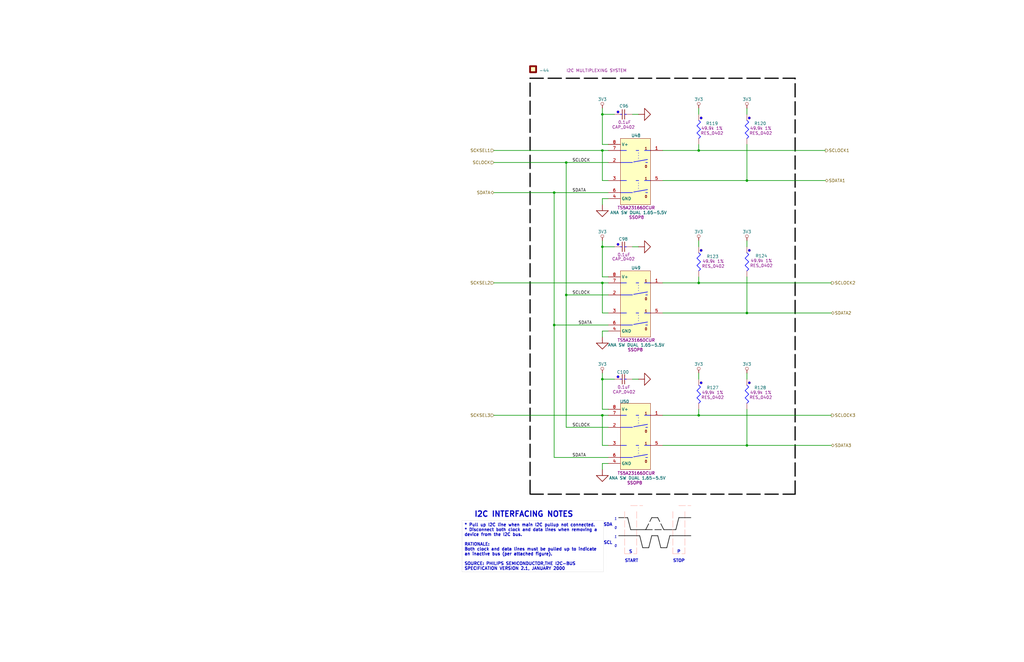
<source format=kicad_sch>
(kicad_sch (version 20231120) (generator "eeschema") (generator_version "8.0")
  (paper "B")
  (title_block (rev "-"))
  (lib_symbols
    (symbol "NNPS:3V3" (power)
      (property "Reference" "#PWR" (at 0 0 0))
      (property "Value" "3V3" (at 0 3.81 0))
      (symbol "3V3_0_0"
        (circle (center 0 -1.905) (radius 0.635) (stroke (width 0.127)))
        (polyline (pts (xy 0 0) (xy 0 -1.27)) (stroke (width 0.254)))
        (pin power_in line (at 0 0 0) (length 0) hide (name "3V3") (number ""))
      )
    )
    (symbol "NNPS:GND" (power)
      (property "Reference" "#PWR" (at 0 0 0))
      (property "Value" "GND" (at 0 6.35 0))
      (symbol "GND_0_0"
        (polyline (pts (xy 0 0) (xy 0 -2.54)) (stroke (width 0.254)))
        (polyline (pts (xy -2.54 -2.54) (xy 2.54 -2.54) (xy 0 -5.08) (xy -2.54 -2.54)) (stroke (width 0.254)))
        (pin power_in line (at 0 0 0) (length 0) hide (name "GND") (number ""))
      )
    )
    (symbol "NNPS:root_0_BOM_S1"
      (symbol "root_0_BOM_S1_1_0"
        (rectangle (start 2.54 0) (end 0 -2.54) (stroke (width 0.762)) (fill (type background)))
      )
    )
    (symbol "NNPS:root_0_GRM155R71C104KA88D"
      (symbol "root_0_GRM155R71C104KA88D_1_0"
        (polyline (pts (xy 2.54 0) (xy 3.302 0)) (stroke (width 0.254) (color 0 0 255 1)))
        (polyline (pts (xy 3.302 -2.032) (xy 3.302 2.032)) (stroke (width 0.254)))
        (polyline (pts (xy 4.318 2.032) (xy 4.318 -2.032)) (stroke (width 0.254)))
        (polyline (pts (xy 5.08 0) (xy 4.318 0)) (stroke (width 0.254) (color 0 0 255 1)))
        (circle (center 1.524 1.016) (radius 0.508) (stroke (width 0.0001)) (fill (type color) (color 0 0 255 1)))
        (pin passive line (at 0 0 0) (length 2.54) (name "1") (number "1"))
        (pin passive line (at 7.62 0 180) (length 2.54) (name "2") (number "2"))
      )
    )
    (symbol "NNPS:root_0_TS5A23166DCUR"
      (symbol "root_0_TS5A23166DCUR_1_0"
        (polyline (pts (xy 0 -22.86) (xy 5.08 -22.86)) (stroke (width 0.254) (color 0 0 255 1)))
        (polyline (pts (xy 0 -17.78) (xy 2.54 -17.78)) (stroke (width 0.254) (color 0 0 255 1)))
        (polyline (pts (xy 0 -10.16) (xy 5.08 -10.16)) (stroke (width 0.254) (color 0 0 255 1)))
        (polyline (pts (xy 0 -5.08) (xy 2.54 -5.08)) (stroke (width 0.254) (color 0 0 255 1)))
        (polyline (pts (xy 5.588 -22.606) (xy 11.43 -21.59)) (stroke (width 0.254) (color 0 0 255 1)))
        (polyline (pts (xy 5.588 -9.906) (xy 11.43 -8.89)) (stroke (width 0.254) (color 0 0 255 1)))
        (polyline (pts (xy 6.604 -17.78) (xy 7.62 -17.78)) (stroke (width 0.254) (color 0 0 255 1)))
        (polyline (pts (xy 6.604 -5.08) (xy 7.62 -5.08)) (stroke (width 0.254) (color 0 0 255 1)))
        (polyline (pts (xy 7.62 -17.78) (xy 7.62 -21.59)) (stroke (width 0.254) (type dot) (color 0 0 255 1)))
        (polyline (pts (xy 7.62 -5.08) (xy 7.62 -8.89)) (stroke (width 0.254) (type dot) (color 0 0 255 1)))
        (polyline (pts (xy 10.16 -17.78) (xy 12.7 -17.78)) (stroke (width 0.254) (color 0 0 255 1)))
        (polyline (pts (xy 10.16 -5.08) (xy 12.7 -5.08)) (stroke (width 0.254) (color 0 0 255 1)))
        (polyline (pts (xy 10.668 -22.86) (xy 11.43 -22.86)) (stroke (width 0.254) (color 0 0 255 1)))
        (polyline (pts (xy 10.668 -10.16) (xy 11.43 -10.16)) (stroke (width 0.254) (color 0 0 255 1)))
        (rectangle (start 12.7 0) (end 0 -27.94) (fill (type background)))
        (text "0" (at 10.16 -25.146 0) (effects (font (size 1.016 1.016) (bold yes)) (justify left bottom)))
        (text "0" (at 10.16 -12.446 0) (effects (font (size 1.016 1.016) (bold yes)) (justify left bottom)))
        (text "1" (at 10.16 -17.526 0) (effects (font (size 1.016 1.016) (bold yes)) (justify left bottom)))
        (text "1" (at 10.16 -4.826 0) (effects (font (size 1.016 1.016) (bold yes)) (justify left bottom)))
        (pin passive line (at 17.78 -5.08 180) (length 5.08) (name "NO1") (number "1"))
        (pin passive line (at -5.08 -10.16 0) (length 5.08) (name "COM1") (number "2"))
        (pin input line (at -5.08 -17.78 0) (length 5.08) (name "IN2") (number "3"))
        (pin power_in line (at -5.08 -25.4 0) (length 5.08) (name "GND") (number "4"))
        (pin passive line (at 17.78 -17.78 180) (length 5.08) (name "NO2") (number "5"))
        (pin passive line (at -5.08 -22.86 0) (length 5.08) (name "COM2") (number "6"))
        (pin input line (at -5.08 -5.08 0) (length 5.08) (name "IN1") (number "7"))
        (pin power_in line (at -5.08 -2.54 0) (length 5.08) (name "V+") (number "8"))
      )
    )
    (symbol "NNPS:root_3_MCR01MZPF4992"
      (symbol "root_3_MCR01MZPF4992_1_0"
        (polyline (pts (xy 0 -10.16) (xy 0.762 -9.398) (xy -0.762 -7.874) (xy 0.762 -6.35) (xy -0.762 -4.826) (xy 0.762 -3.302) (xy 0 -2.54)) (stroke (width 0.254) (color 0 0 255 1)))
        (circle (center 1.016 -1.524) (radius 0.508) (stroke (width 0.0001)) (fill (type color) (color 0 0 255 1)))
        (pin passive line (at 0 0 270) (length 2.54) (name "1") (number "1"))
        (pin passive line (at 0 -12.7 90) (length 2.54) (name "2") (number "2"))
      )
    )
  )
  (junction (at 314.96 76.2))
  (junction (at 294.64 63.5))
  (junction (at 254 175.26))
  (junction (at 294.64 175.26))
  (junction (at 314.96 187.96))
  (junction (at 294.64 119.38))
  (junction (at 238.76 68.58))
  (junction (at 233.68 81.28))
  (junction (at 254 63.5))
  (junction (at 254 119.38))
  (junction (at 238.76 124.46))
  (junction (at 314.96 132.08))
  (junction (at 254 160.02))
  (junction (at 254 48.26))
  (junction (at 254 104.14))
  (junction (at 233.68 137.16))
  (polyline (pts (xy 274.828 226.06) (xy 277.368 226.06)) (stroke (width 0.254) (type dash) (color 0 0 0 1)))
  (polyline (pts (xy 263.398 215.9) (xy 263.398 233.68)) (stroke (width 0.254) (type dash) (color 255 195 189 1)))
  (wire (pts (xy 266.7 160.02) (xy 269.24 160.02)) (stroke (width 0.254)))
  (wire (pts (xy 254 48.26) (xy 254 60.96)) (stroke (width 0.254)))
  (polyline (pts (xy 271.018 231.14) (xy 269.748 226.06)) (stroke (width 0.254) (type solid) (color 0 0 0 1)))
  (wire (pts (xy 238.76 124.46) (xy 238.76 180.34)) (stroke (width 0.254)))
  (wire (pts (xy 254 86.36) (xy 254 83.82)) (stroke (width 0.254)))
  (wire (pts (xy 208.28 63.5) (xy 254 63.5)) (stroke (width 0.254)))
  (polyline (pts (xy 283.718 233.68) (xy 288.798 233.68)) (stroke (width 0.254) (type dash) (color 255 195 189 1)))
  (wire (pts (xy 208.28 68.58) (xy 238.76 68.58)) (stroke (width 0.254)))
  (wire (pts (xy 279.4 63.5) (xy 294.64 63.5)) (stroke (width 0.254)))
  (polyline (pts (xy 265.938 223.52) (xy 264.668 218.44)) (stroke (width 0.254) (type solid) (color 0 0 0 1)))
  (wire (pts (xy 294.64 175.26) (xy 350.52 175.26)) (stroke (width 0.254)))
  (wire (pts (xy 266.7 48.26) (xy 269.24 48.26)) (stroke (width 0.254)))
  (polyline (pts (xy 223.52 208.28) (xy 223.52 33.02)) (stroke (width 0.508) (type dash) (color 0 0 0 1)))
  (wire (pts (xy 279.4 76.2) (xy 314.96 76.2)) (stroke (width 0.254)))
  (wire (pts (xy 279.4 119.38) (xy 294.64 119.38)) (stroke (width 0.254)))
  (polyline (pts (xy 286.258 218.44) (xy 284.988 223.52)) (stroke (width 0.254) (type solid) (color 0 0 0 1)))
  (wire (pts (xy 238.76 68.58) (xy 238.76 124.46)) (stroke (width 0.254)))
  (wire (pts (xy 256.54 81.28) (xy 233.68 81.28)) (stroke (width 0.254)))
  (wire (pts (xy 254 119.38) (xy 254 132.08)) (stroke (width 0.254)))
  (wire (pts (xy 294.64 119.38) (xy 350.52 119.38)) (stroke (width 0.254)))
  (wire (pts (xy 294.64 175.26) (xy 294.64 172.72)) (stroke (width 0.254)))
  (polyline (pts (xy 283.718 215.9) (xy 283.718 233.68)) (stroke (width 0.254) (type dash) (color 255 195 189 1)))
  (wire (pts (xy 254 45.72) (xy 254 48.26)) (stroke (width 0.254)))
  (wire (pts (xy 254 132.08) (xy 256.54 132.08)) (stroke (width 0.254)))
  (wire (pts (xy 254 63.5) (xy 254 76.2)) (stroke (width 0.254)))
  (polyline (pts (xy 265.938 223.52) (xy 272.288 223.52)) (stroke (width 0.254) (type solid) (color 0 0 0 1)))
  (wire (pts (xy 314.96 104.14) (xy 314.96 101.6)) (stroke (width 0.254)))
  (wire (pts (xy 314.96 132.08) (xy 350.52 132.08)) (stroke (width 0.254)))
  (polyline (pts (xy 335.28 208.534) (xy 335.28 33.02)) (stroke (width 0.508) (type dash) (color 0 0 0 1)))
  (wire (pts (xy 208.28 119.38) (xy 254 119.38)) (stroke (width 0.254)))
  (wire (pts (xy 294.64 160.02) (xy 294.64 157.48)) (stroke (width 0.254)))
  (polyline (pts (xy 282.448 226.06) (xy 281.178 231.14)) (stroke (width 0.254) (type solid) (color 0 0 0 1)))
  (wire (pts (xy 256.54 137.16) (xy 233.68 137.16)) (stroke (width 0.254)))
  (wire (pts (xy 254 119.38) (xy 256.54 119.38)) (stroke (width 0.254)))
  (polyline (pts (xy 260.858 218.44) (xy 264.668 218.44)) (stroke (width 0.254) (type solid) (color 0 0 0 1)))
  (wire (pts (xy 254 175.26) (xy 256.54 175.26)) (stroke (width 0.254)))
  (wire (pts (xy 208.28 81.28) (xy 233.68 81.28)) (stroke (width 0.254)))
  (wire (pts (xy 266.7 104.14) (xy 269.24 104.14)) (stroke (width 0.254)))
  (polyline (pts (xy 286.258 213.36) (xy 291.338 213.36)) (stroke (width 0.254) (type dash) (color 255 195 189 1)))
  (polyline (pts (xy 268.478 215.9) (xy 268.478 233.68)) (stroke (width 0.254) (type dash) (color 255 195 189 1)))
  (polyline (pts (xy 278.638 231.14) (xy 281.178 231.14)) (stroke (width 0.254) (type solid) (color 0 0 0 1)))
  (wire (pts (xy 279.4 187.96) (xy 314.96 187.96)) (stroke (width 0.254)))
  (wire (pts (xy 254 76.2) (xy 256.54 76.2)) (stroke (width 0.254)))
  (wire (pts (xy 314.96 172.72) (xy 314.96 187.96)) (stroke (width 0.254)))
  (wire (pts (xy 254 48.26) (xy 259.08 48.26)) (stroke (width 0.254)))
  (wire (pts (xy 294.64 63.5) (xy 347.98 63.5)) (stroke (width 0.254)))
  (wire (pts (xy 254 187.96) (xy 256.54 187.96)) (stroke (width 0.254)))
  (wire (pts (xy 294.64 63.5) (xy 294.64 60.96)) (stroke (width 0.254)))
  (wire (pts (xy 314.96 116.84) (xy 314.96 132.08)) (stroke (width 0.254)))
  (wire (pts (xy 254 116.84) (xy 256.54 116.84)) (stroke (width 0.254)))
  (polyline (pts (xy 271.018 231.14) (xy 273.558 231.14)) (stroke (width 0.254) (type solid) (color 0 0 0 1)))
  (wire (pts (xy 254 195.58) (xy 256.54 195.58)) (stroke (width 0.254)))
  (wire (pts (xy 233.68 81.28) (xy 233.68 137.16)) (stroke (width 0.254)))
  (polyline (pts (xy 260.858 226.06) (xy 269.748 226.06)) (stroke (width 0.254) (type solid) (color 0 0 0 1)))
  (polyline (pts (xy 274.828 218.44) (xy 277.368 218.44)) (stroke (width 0.254) (type dash) (color 0 0 0 1)))
  (polyline (pts (xy 272.288 223.52) (xy 274.828 218.44)) (stroke (width 0.254) (type dash) (color 0 0 0 1)))
  (wire (pts (xy 314.96 160.02) (xy 314.96 157.48)) (stroke (width 0.254)))
  (wire (pts (xy 254 175.26) (xy 254 187.96)) (stroke (width 0.254)))
  (polyline (pts (xy 278.638 231.14) (xy 277.368 226.06)) (stroke (width 0.254) (type solid) (color 0 0 0 1)))
  (wire (pts (xy 254 104.14) (xy 259.08 104.14)) (stroke (width 0.254)))
  (wire (pts (xy 314.96 48.26) (xy 314.96 45.72)) (stroke (width 0.254)))
  (polyline (pts (xy 223.52 33.02) (xy 335.28 33.02)) (stroke (width 0.508) (type dash) (color 0 0 0 1)))
  (wire (pts (xy 294.64 48.26) (xy 294.64 45.72)) (stroke (width 0.254)))
  (wire (pts (xy 279.4 132.08) (xy 314.96 132.08)) (stroke (width 0.254)))
  (wire (pts (xy 238.76 180.34) (xy 256.54 180.34)) (stroke (width 0.254)))
  (wire (pts (xy 254 160.02) (xy 259.08 160.02)) (stroke (width 0.254)))
  (wire (pts (xy 314.96 187.96) (xy 350.52 187.96)) (stroke (width 0.254)))
  (polyline (pts (xy 282.448 226.06) (xy 291.338 226.06)) (stroke (width 0.254) (type solid) (color 0 0 0 1)))
  (wire (pts (xy 256.54 124.46) (xy 238.76 124.46)) (stroke (width 0.254)))
  (wire (pts (xy 314.96 60.96) (xy 314.96 76.2)) (stroke (width 0.254)))
  (polyline (pts (xy 279.908 223.52) (xy 284.988 223.52)) (stroke (width 0.254) (type solid) (color 0 0 0 1)))
  (polyline (pts (xy 288.798 215.9) (xy 288.798 233.68)) (stroke (width 0.254) (type dash) (color 255 195 189 1)))
  (wire (pts (xy 279.4 175.26) (xy 294.64 175.26)) (stroke (width 0.254)))
  (wire (pts (xy 254 60.96) (xy 256.54 60.96)) (stroke (width 0.254)))
  (wire (pts (xy 254 104.14) (xy 254 116.84)) (stroke (width 0.254)))
  (wire (pts (xy 233.68 193.04) (xy 256.54 193.04)) (stroke (width 0.254)))
  (wire (pts (xy 314.96 76.2) (xy 347.98 76.2)) (stroke (width 0.254)))
  (wire (pts (xy 294.64 116.84) (xy 294.64 119.38)) (stroke (width 0.254)))
  (wire (pts (xy 208.28 175.26) (xy 254 175.26)) (stroke (width 0.254)))
  (wire (pts (xy 254 157.48) (xy 254 160.02)) (stroke (width 0.254)))
  (wire (pts (xy 256.54 68.58) (xy 238.76 68.58)) (stroke (width 0.254)))
  (wire (pts (xy 254 63.5) (xy 256.54 63.5)) (stroke (width 0.254)))
  (polyline (pts (xy 265.938 213.36) (xy 271.018 213.36)) (stroke (width 0.254) (type dash) (color 255 195 189 1)))
  (polyline (pts (xy 263.398 233.68) (xy 268.478 233.68)) (stroke (width 0.254) (type dash) (color 255 195 189 1)))
  (wire (pts (xy 294.64 104.14) (xy 294.64 101.6)) (stroke (width 0.254)))
  (polyline (pts (xy 272.288 223.52) (xy 279.908 223.52)) (stroke (width 0.254) (type dash) (color 0 0 0 1)))
  (wire (pts (xy 254 139.7) (xy 256.54 139.7)) (stroke (width 0.254)))
  (polyline (pts (xy 279.908 223.52) (xy 277.368 218.44)) (stroke (width 0.254) (type dash) (color 0 0 0 1)))
  (wire (pts (xy 254 101.6) (xy 254 104.14)) (stroke (width 0.254)))
  (wire (pts (xy 254 160.02) (xy 254 172.72)) (stroke (width 0.254)))
  (polyline (pts (xy 223.52 208.534) (xy 335.28 208.534)) (stroke (width 0.508) (type dash) (color 0 0 0 1)))
  (wire (pts (xy 233.68 137.16) (xy 233.68 193.04)) (stroke (width 0.254)))
  (wire (pts (xy 254 198.12) (xy 254 195.58)) (stroke (width 0.254)))
  (wire (pts (xy 254 172.72) (xy 256.54 172.72)) (stroke (width 0.254)))
  (polyline (pts (xy 274.828 226.06) (xy 273.558 231.14)) (stroke (width 0.254) (type solid) (color 0 0 0 1)))
  (wire (pts (xy 254 142.24) (xy 254 139.7)) (stroke (width 0.254)))
  (polyline (pts (xy 286.258 218.44) (xy 291.338 218.44)) (stroke (width 0.254) (type solid) (color 0 0 0 1)))
  (wire (pts (xy 254 83.82) (xy 256.54 83.82)) (stroke (width 0.254)))
  (text_box "* Pull up I2C line when main I2C pullup not connected.\n* Disconnect both clock and data lines when removing a device from the I2C bus.\n\nRATIONALE:\nBoth clock and data lines must be pulled up to indicate an inactive bus (per attached figure).\n\nSOURCE: PHILIPS SEMICONDUCTOR,THE I2C-BUS SPECIFICATION VERSION 2.1, JANUARY 2000" (at 194.818 219.71 0) (size 59.69 21.59) (stroke (width 0) (color 224 224 224 1)) (fill (type color) (color 255 255 255 1)) (effects (font (size 1.27 1.27) (bold yes)) (justify left top)))
  (text "SCL" (at 258.318 229.87 0) (effects (font (size 1.27 1.27) (bold yes)) (justify right bottom)))
  (text "1" (at 259.588 227.33 0) (effects (font (size 1.016 1.016) (italic yes)) (justify bottom)))
  (text "S" (at 265.938 233.68 0) (effects (font (size 1.27 1.27) (bold yes)) (justify bottom)))
  (text "STOP" (at 283.718 237.49 0) (effects (font (size 1.27 1.27) (bold yes)) (justify left bottom)))
  (text "P" (at 286.258 233.68 0) (effects (font (size 1.27 1.27) (bold yes)) (justify bottom)))
  (text "SDA" (at 258.318 222.25 0) (effects (font (size 1.27 1.27) (bold yes)) (justify right bottom)))
  (text "START" (at 263.398 237.49 0) (effects (font (size 1.27 1.27) (bold yes)) (justify left bottom)))
  (text "0" (at 259.588 231.14 0) (effects (font (size 1.016 1.016) (italic yes)) (justify bottom)))
  (text "1" (at 259.588 219.71 0) (effects (font (size 1.016 1.016) (italic yes)) (justify bottom)))
  (text "0" (at 259.588 223.52 0) (effects (font (size 1.016 1.016) (italic yes)) (justify bottom)))
  (text "I2C INTERFACING NOTES" (at 199.898 218.44 0) (effects (font (size 2.286 2.286) (bold yes)) (justify left bottom)))
  (label "SDATA" (at 241.3 193.04 0))
  (label "SCLOCK" (at 241.3 180.34 0))
  (label "SCLOCK" (at 241.3 124.46 0))
  (label "SDATA" (at 241.3 81.28 0))
  (label "SCLOCK" (at 241.3 68.58 0))
  (label "SDATA" (at 243.84 137.16 0))
  (hierarchical_label "SCLOCK" (shape input) (at 208.28 68.58 180))
  (hierarchical_label "SDATA2" (shape bidirectional) (at 350.52 132.08 0))
  (hierarchical_label "SDATA1" (shape bidirectional) (at 347.98 76.2 0))
  (hierarchical_label "SCLOCK3" (shape output) (at 350.52 175.26 0))
  (hierarchical_label "SDATA3" (shape bidirectional) (at 350.52 187.96 0))
  (hierarchical_label "SCKSEL1" (shape input) (at 208.28 63.5 180))
  (hierarchical_label "SCKSEL2" (shape input) (at 208.28 119.38 180))
  (hierarchical_label "SCLOCK1" (shape output) (at 347.98 63.5 0))
  (hierarchical_label "SCLOCK2" (shape output) (at 350.52 119.38 0))
  (hierarchical_label "SDATA" (shape bidirectional) (at 208.28 81.28 180))
  (hierarchical_label "SCKSEL3" (shape input) (at 208.28 175.26 180))
  (symbol (lib_id "NNPS:GND") (at 269.24 48.26 90) (unit 1)
    (property "Reference" "#PWR?" (effects (hide yes)))
    (property "Value" "GND" (effects (hide yes)))
  )
  (symbol (lib_id "NNPS:GND") (at 254 86.36 0) (unit 1)
    (property "Reference" "#PWR?" (effects (hide yes)))
    (property "Value" "GND" (effects (hide yes)))
  )
  (symbol (lib_id "NNPS:3V3") (at 314.96 157.48 180) (unit 1)
    (property "Reference" "#PWR?" (effects (hide yes)))
    (property "Value" "3V3" (at 314.96 153.67 0))
  )
  (symbol (lib_id "NNPS:root_3_MCR01MZPF4992") (at 294.64 160.02 0) (unit 1)
    (property "Reference" "R127" (at 297.942 164.338 0) (effects (justify left bottom)))
    (property "Value" "R_49k9_0402" (effects (hide yes)))
    (property "Footprint" "NNPS:RES_0402" (effects (hide yes)))
    (property "MFR" "Vishay Dale" (effects (hide yes)))
    (property "PACKAGEDESCRIPTION" "RES_0402" (at 295.656 168.402 0) (effects (justify left bottom)))
    (property "SUPPLIER 1" "Digi-Key" (effects (hide yes)))
    (property "SUPPLIER PART NUMBER 1" "541-49.9KLDKR-ND" (effects (hide yes)))
    (property "MPN" "CRCW040249K9FKED" (effects (hide yes)))
    (property "ALTIUM_VALUE" "49.9k 1%" (at 295.91 166.37 0) (effects (justify left bottom)))
    (property "SBI" "53-009-2" (effects (hide yes)))
  )
  (symbol (lib_id "NNPS:3V3") (at 254 45.72 180) (unit 1)
    (property "Reference" "#PWR?" (effects (hide yes)))
    (property "Value" "3V3" (at 254 41.91 0))
  )
  (symbol (lib_id "NNPS:3V3") (at 294.64 45.72 180) (unit 1)
    (property "Reference" "#PWR?" (effects (hide yes)))
    (property "Value" "3V3" (at 294.64 41.91 0))
  )
  (symbol (lib_id "NNPS:3V3") (at 294.64 101.6 180) (unit 1)
    (property "Reference" "#PWR?" (effects (hide yes)))
    (property "Value" "3V3" (at 294.64 97.79 0))
  )
  (symbol (lib_id "NNPS:root_0_TS5A23166DCUR") (at 261.62 170.18 0) (unit 1)
    (property "Reference" "U50" (at 261.366 170.18 0) (effects (justify left bottom)))
    (property "Value" "ANA SW DUAL 1.65-5.5V" (at 256.794 202.438 0) (effects (justify left bottom)))
    (property "Footprint" "NNPS:VSSOP8" (effects (hide yes)))
    (property "PACKAGEDESCRIPTION" "SSOP8" (at 264.414 204.47 0) (effects (justify left bottom)))
    (property "MFR" "Texas Instruments" (effects (hide yes)))
    (property "ALTIUM_VALUE" "*" (effects (hide yes)))
    (property "SUPPLIER 1" "Digi-key" (effects (hide yes)))
    (property "SUPPLIER PART NUMBER 1" "296-17906-1-ND" (effects (hide yes)))
    (property "MPN" "TS5A23166DCUR" (at 260.35 200.406 0) (effects (justify left bottom)))
    (property "SBI" "54-0108" (effects (hide yes)))
  )
  (symbol (lib_id "NNPS:root_0_GRM155R71C104KA88D") (at 259.08 48.26 0) (unit 1)
    (property "Reference" "C96" (at 261.112 45.466 0) (effects (justify left bottom)))
    (property "Value" "C_100n_X7R_16_0402_10%" (effects (hide yes)))
    (property "Footprint" "NNPS:CAP_0402" (effects (hide yes)))
    (property "MFR" "Murata" (effects (hide yes)))
    (property "PACKAGEDESCRIPTION" "CAP_0402" (at 258.064 54.356 0) (effects (justify left bottom)))
    (property "SUPPLIER 1" "Digi-Key" (effects (hide yes)))
    (property "SUPPLIER PART NUMBER 1" "490-3261-2-ND" (effects (hide yes)))
    (property "ALTIUM_VALUE" "0.1uF" (at 260.604 52.324 0) (effects (justify left bottom)))
    (property "MPN" "GRM155R71C104KA88D" (effects (hide yes)))
    (property "SBI" "53-0040-1" (effects (hide yes)))
  )
  (symbol (lib_id "NNPS:GND") (at 269.24 104.14 90) (unit 1)
    (property "Reference" "#PWR?" (effects (hide yes)))
    (property "Value" "GND" (effects (hide yes)))
  )
  (symbol (lib_id "NNPS:3V3") (at 314.96 45.72 180) (unit 1)
    (property "Reference" "#PWR?" (effects (hide yes)))
    (property "Value" "3V3" (at 314.96 41.91 0))
  )
  (symbol (lib_id "NNPS:3V3") (at 254 101.6 180) (unit 1)
    (property "Reference" "#PWR?" (effects (hide yes)))
    (property "Value" "3V3" (at 254 97.79 0))
  )
  (symbol (lib_id "NNPS:root_3_MCR01MZPF4992") (at 314.96 48.26 0) (unit 1)
    (property "Reference" "R120" (at 318.008 52.832 0) (effects (justify left bottom)))
    (property "Value" "R_49k9_0402" (effects (hide yes)))
    (property "Footprint" "NNPS:RES_0402" (effects (hide yes)))
    (property "MFR" "Vishay Dale" (effects (hide yes)))
    (property "PACKAGEDESCRIPTION" "RES_0402" (at 315.976 56.896 0) (effects (justify left bottom)))
    (property "SUPPLIER 1" "Digi-Key" (effects (hide yes)))
    (property "SUPPLIER PART NUMBER 1" "541-49.9KLDKR-ND" (effects (hide yes)))
    (property "MPN" "CRCW040249K9FKED" (effects (hide yes)))
    (property "ALTIUM_VALUE" "49.9k 1%" (at 316.23 54.864 0) (effects (justify left bottom)))
    (property "SBI" "53-009-2" (effects (hide yes)))
  )
  (symbol (lib_id "NNPS:3V3") (at 254 157.48 180) (unit 1)
    (property "Reference" "#PWR?" (effects (hide yes)))
    (property "Value" "3V3" (at 254 153.67 0))
  )
  (symbol (lib_id "NNPS:root_3_MCR01MZPF4992") (at 294.64 48.26 0) (unit 1)
    (property "Reference" "R119" (at 297.688 52.832 0) (effects (justify left bottom)))
    (property "Value" "R_49k9_0402" (effects (hide yes)))
    (property "Footprint" "NNPS:RES_0402" (effects (hide yes)))
    (property "MFR" "Vishay Dale" (effects (hide yes)))
    (property "PACKAGEDESCRIPTION" "RES_0402" (at 295.402 56.896 0) (effects (justify left bottom)))
    (property "SUPPLIER 1" "Digi-Key" (effects (hide yes)))
    (property "SUPPLIER PART NUMBER 1" "541-49.9KLDKR-ND" (effects (hide yes)))
    (property "MPN" "CRCW040249K9FKED" (effects (hide yes)))
    (property "ALTIUM_VALUE" "49.9k 1%" (at 295.656 54.864 0) (effects (justify left bottom)))
    (property "SBI" "53-009-2" (effects (hide yes)))
  )
  (symbol (lib_id "NNPS:3V3") (at 294.64 157.48 180) (unit 1)
    (property "Reference" "#PWR?" (effects (hide yes)))
    (property "Value" "3V3" (at 294.64 153.67 0))
  )
  (symbol (lib_id "NNPS:root_0_GRM155R71C104KA88D") (at 259.08 104.14 0) (unit 1)
    (property "Reference" "C98" (at 260.858 101.6 0) (effects (justify left bottom)))
    (property "Value" "C_100n_X7R_16_0402_10%" (effects (hide yes)))
    (property "Footprint" "NNPS:CAP_0402" (effects (hide yes)))
    (property "MFR" "Murata" (effects (hide yes)))
    (property "PACKAGEDESCRIPTION" "CAP_0402" (at 258.064 109.982 0) (effects (justify left bottom)))
    (property "SUPPLIER 1" "Digi-Key" (effects (hide yes)))
    (property "SUPPLIER PART NUMBER 1" "490-3261-2-ND" (effects (hide yes)))
    (property "ALTIUM_VALUE" "0.1uF" (at 260.35 108.204 0) (effects (justify left bottom)))
    (property "MPN" "GRM155R71C104KA88D" (effects (hide yes)))
    (property "SBI" "53-0040-1" (effects (hide yes)))
  )
  (symbol (lib_id "NNPS:root_3_MCR01MZPF4992") (at 314.96 160.02 0) (unit 1)
    (property "Reference" "R128" (at 318.008 164.338 0) (effects (justify left bottom)))
    (property "Value" "R_49k9_0402" (effects (hide yes)))
    (property "Footprint" "NNPS:RES_0402" (effects (hide yes)))
    (property "MFR" "Vishay Dale" (effects (hide yes)))
    (property "PACKAGEDESCRIPTION" "RES_0402" (at 315.976 168.402 0) (effects (justify left bottom)))
    (property "SUPPLIER 1" "Digi-Key" (effects (hide yes)))
    (property "SUPPLIER PART NUMBER 1" "541-49.9KLDKR-ND" (effects (hide yes)))
    (property "MPN" "CRCW040249K9FKED" (effects (hide yes)))
    (property "ALTIUM_VALUE" "49.9k 1%" (at 316.23 166.37 0) (effects (justify left bottom)))
    (property "SBI" "53-009-2" (effects (hide yes)))
  )
  (symbol (lib_id "NNPS:GND") (at 254 142.24 0) (unit 1)
    (property "Reference" "#PWR?" (effects (hide yes)))
    (property "Value" "GND" (effects (hide yes)))
  )
  (symbol (lib_id "NNPS:GND") (at 254 198.12 0) (unit 1)
    (property "Reference" "#PWR?" (effects (hide yes)))
    (property "Value" "GND" (effects (hide yes)))
  )
  (symbol (lib_id "NNPS:root_0_BOM_S1") (at 223.52 27.94 0) (unit 1) (exclude_from_sim yes) (in_bom no) (on_board no)
    (property "Reference" "-44" (at 227.33 30.48 0) (effects (justify left bottom)))
    (property "Value" "BOM_S1" (effects (hide yes)))
    (property "XDESCRIPTION" "I2C MULTIPLEXING SYSTEM" (at 238.76 30.48 0) (effects (justify left bottom)))
  )
  (symbol (lib_id "NNPS:root_0_TS5A23166DCUR") (at 261.62 114.3 0) (unit 1)
    (property "Reference" "U49" (at 266.192 113.792 0) (effects (justify left bottom)))
    (property "Value" "ANA SW DUAL 1.65-5.5V" (at 256.286 146.304 0) (effects (justify left bottom)))
    (property "Footprint" "NNPS:VSSOP8" (effects (hide yes)))
    (property "PACKAGEDESCRIPTION" "SSOP8" (at 264.668 148.336 0) (effects (justify left bottom)))
    (property "MFR" "Texas Instruments" (effects (hide yes)))
    (property "ALTIUM_VALUE" "*" (effects (hide yes)))
    (property "SUPPLIER 1" "Digi-key" (effects (hide yes)))
    (property "SUPPLIER PART NUMBER 1" "296-17906-1-ND" (effects (hide yes)))
    (property "MPN" "TS5A23166DCUR" (at 260.35 144.272 0) (effects (justify left bottom)))
    (property "SBI" "54-0108" (effects (hide yes)))
  )
  (symbol (lib_id "NNPS:3V3") (at 314.96 101.6 180) (unit 1)
    (property "Reference" "#PWR?" (effects (hide yes)))
    (property "Value" "3V3" (at 314.96 97.79 0))
  )
  (symbol (lib_id "NNPS:root_0_GRM155R71C104KA88D") (at 259.08 160.02 0) (unit 1)
    (property "Reference" "C100" (at 260.096 157.734 0) (effects (justify left bottom)))
    (property "Value" "C_100n_X7R_16_0402_10%" (effects (hide yes)))
    (property "Footprint" "NNPS:CAP_0402" (effects (hide yes)))
    (property "MFR" "Murata" (effects (hide yes)))
    (property "PACKAGEDESCRIPTION" "CAP_0402" (at 258.318 166.116 0) (effects (justify left bottom)))
    (property "SUPPLIER 1" "Digi-Key" (effects (hide yes)))
    (property "SUPPLIER PART NUMBER 1" "490-3261-2-ND" (effects (hide yes)))
    (property "ALTIUM_VALUE" "0.1uF" (at 260.35 164.084 0) (effects (justify left bottom)))
    (property "MPN" "GRM155R71C104KA88D" (effects (hide yes)))
    (property "SBI" "53-0040-1" (effects (hide yes)))
  )
  (symbol (lib_id "NNPS:root_3_MCR01MZPF4992") (at 314.96 104.14 0) (unit 1)
    (property "Reference" "R124" (at 318.516 108.712 0) (effects (justify left bottom)))
    (property "Value" "R_49k9_0402" (effects (hide yes)))
    (property "Footprint" "NNPS:RES_0402" (effects (hide yes)))
    (property "MFR" "Vishay Dale" (effects (hide yes)))
    (property "PACKAGEDESCRIPTION" "RES_0402" (at 316.23 112.776 0) (effects (justify left bottom)))
    (property "SUPPLIER 1" "Digi-Key" (effects (hide yes)))
    (property "SUPPLIER PART NUMBER 1" "541-49.9KLDKR-ND" (effects (hide yes)))
    (property "MPN" "CRCW040249K9FKED" (effects (hide yes)))
    (property "ALTIUM_VALUE" "49.9k 1%" (at 316.484 110.744 0) (effects (justify left bottom)))
    (property "SBI" "53-009-2" (effects (hide yes)))
  )
  (symbol (lib_id "NNPS:root_0_TS5A23166DCUR") (at 261.62 58.42 0) (unit 1)
    (property "Reference" "U48" (at 266.192 57.912 0) (effects (justify left bottom)))
    (property "Value" "ANA SW DUAL 1.65-5.5V" (at 257.302 90.424 0) (effects (justify left bottom)))
    (property "Footprint" "NNPS:VSSOP8" (effects (hide yes)))
    (property "PACKAGEDESCRIPTION" "SSOP8" (at 265.176 92.456 0) (effects (justify left bottom)))
    (property "MFR" "Texas Instruments" (effects (hide yes)))
    (property "ALTIUM_VALUE" "*" (effects (hide yes)))
    (property "SUPPLIER 1" "Digi-key" (effects (hide yes)))
    (property "SUPPLIER PART NUMBER 1" "296-17906-1-ND" (effects (hide yes)))
    (property "MPN" "TS5A23166DCUR" (at 260.35 88.392 0) (effects (justify left bottom)))
    (property "SBI" "54-0108" (effects (hide yes)))
  )
  (symbol (lib_id "NNPS:GND") (at 269.24 160.02 90) (unit 1)
    (property "Reference" "#PWR?" (effects (hide yes)))
    (property "Value" "GND" (effects (hide yes)))
  )
  (symbol (lib_id "NNPS:root_3_MCR01MZPF4992") (at 294.64 104.14 0) (unit 1)
    (property "Reference" "R123" (at 297.942 108.966 0) (effects (justify left bottom)))
    (property "Value" "R_49k9_0402" (effects (hide yes)))
    (property "Footprint" "NNPS:RES_0402" (effects (hide yes)))
    (property "MFR" "Vishay Dale" (effects (hide yes)))
    (property "PACKAGEDESCRIPTION" "RES_0402" (at 295.91 113.03 0) (effects (justify left bottom)))
    (property "SUPPLIER 1" "Digi-Key" (effects (hide yes)))
    (property "SUPPLIER PART NUMBER 1" "541-49.9KLDKR-ND" (effects (hide yes)))
    (property "MPN" "CRCW040249K9FKED" (effects (hide yes)))
    (property "ALTIUM_VALUE" "49.9k 1%" (at 296.164 110.998 0) (effects (justify left bottom)))
    (property "SBI" "53-009-2" (effects (hide yes)))
  )
)
</source>
